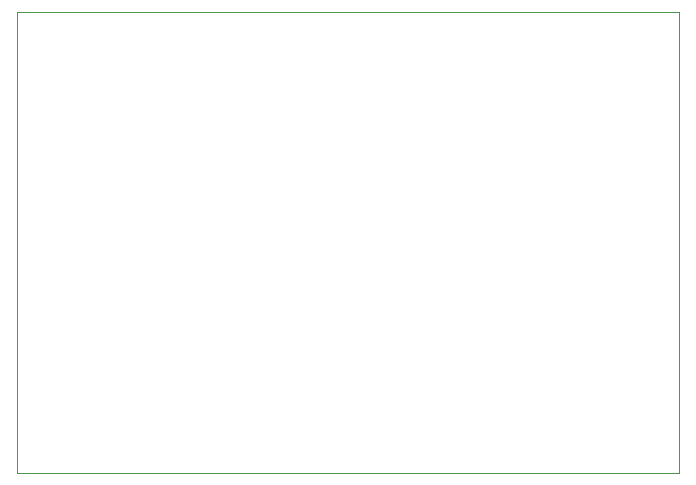
<source format=gm1>
G04 #@! TF.GenerationSoftware,KiCad,Pcbnew,7.0.7*
G04 #@! TF.CreationDate,2024-02-22T14:50:09+01:00*
G04 #@! TF.ProjectId,USB_Breakout_Test_Jig,5553425f-4272-4656-916b-6f75745f5465,v1.0*
G04 #@! TF.SameCoordinates,Original*
G04 #@! TF.FileFunction,Profile,NP*
%FSLAX46Y46*%
G04 Gerber Fmt 4.6, Leading zero omitted, Abs format (unit mm)*
G04 Created by KiCad (PCBNEW 7.0.7) date 2024-02-22 14:50:09*
%MOMM*%
%LPD*%
G01*
G04 APERTURE LIST*
G04 #@! TA.AperFunction,Profile*
%ADD10C,0.100000*%
G04 #@! TD*
G04 APERTURE END LIST*
D10*
X49000000Y-73000000D02*
X105000000Y-73000000D01*
X49000000Y-112000000D02*
X49000000Y-93000000D01*
X49000000Y-93000000D02*
X49000000Y-73000000D01*
X105000000Y-111000000D02*
X105000000Y-112000000D01*
X105000000Y-112000000D02*
X49000000Y-112000000D01*
X105000000Y-73000000D02*
X105000000Y-111000000D01*
M02*

</source>
